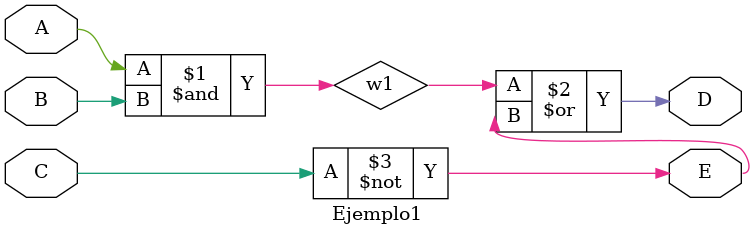
<source format=v>

module Ejemplo1(A,B,C,D,E);
 output D,E;
 input  A,B,C;
 wire   w1;

 and    G1(w1,A,B);
 not    G2(E,C);
 or     G3(D,w1,E);
endmodule
</source>
